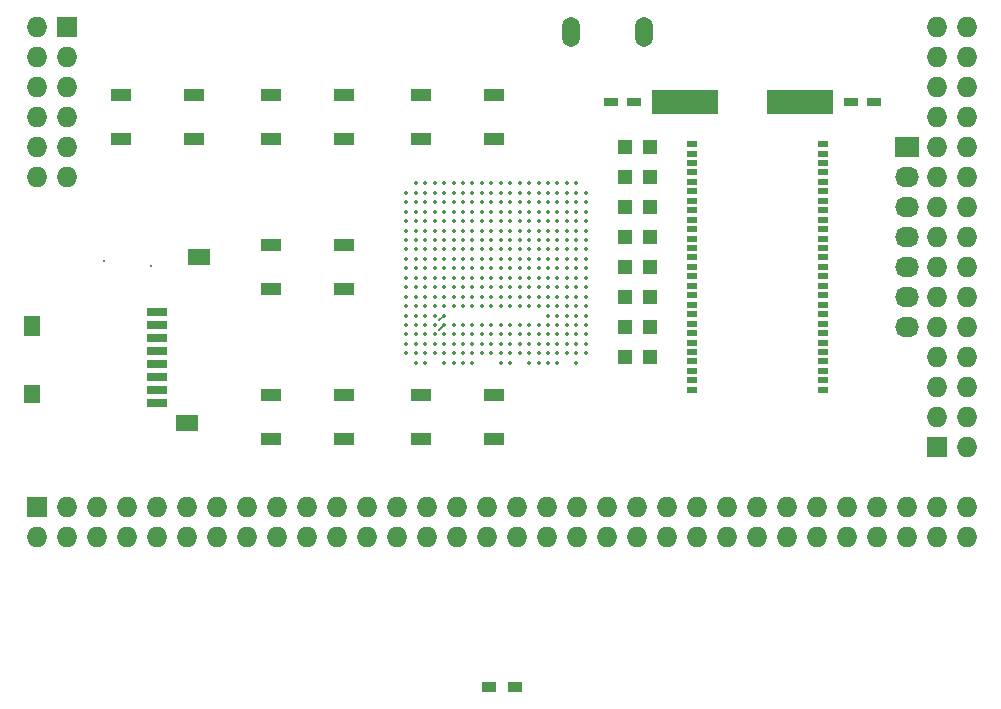
<source format=gbr>
G04 #@! TF.FileFunction,Copper,L1,Top,Signal*
%FSLAX46Y46*%
G04 Gerber Fmt 4.6, Leading zero omitted, Abs format (unit mm)*
G04 Created by KiCad (PCBNEW 4.0.5+dfsg1-4) date Mon Mar 27 14:18:35 2017*
%MOMM*%
%LPD*%
G01*
G04 APERTURE LIST*
%ADD10C,0.100000*%
%ADD11R,1.800000X0.700000*%
%ADD12R,1.400000X1.600000*%
%ADD13R,1.400000X1.800000*%
%ADD14R,1.900000X1.400000*%
%ADD15O,1.500000X2.550000*%
%ADD16R,1.727200X1.727200*%
%ADD17O,1.727200X1.727200*%
%ADD18R,1.800000X1.100000*%
%ADD19R,1.198880X1.198880*%
%ADD20R,2.032000X1.727200*%
%ADD21O,2.032000X1.727200*%
%ADD22R,0.900000X0.560000*%
%ADD23R,5.600700X2.100580*%
%ADD24R,1.200000X0.750000*%
%ADD25R,1.200000X0.900000*%
%ADD26C,0.350000*%
%ADD27C,0.330000*%
%ADD28C,0.200000*%
G04 APERTURE END LIST*
D10*
D11*
X106800000Y-88090000D03*
X106800000Y-89190000D03*
X106800000Y-90290000D03*
X106800000Y-91390000D03*
X106800000Y-92490000D03*
X106800000Y-93590000D03*
X106800000Y-94690000D03*
X106800000Y-95790000D03*
D12*
X96200000Y-95080000D03*
D13*
X96200000Y-89280000D03*
D14*
X109350000Y-97480000D03*
X110350000Y-83430000D03*
D15*
X141800000Y-64390000D03*
X148000000Y-64390000D03*
D16*
X96640000Y-104600000D03*
D17*
X96640000Y-107140000D03*
X99180000Y-104600000D03*
X99180000Y-107140000D03*
X101720000Y-104600000D03*
X101720000Y-107140000D03*
X104260000Y-104600000D03*
X104260000Y-107140000D03*
X106800000Y-104600000D03*
X106800000Y-107140000D03*
X109340000Y-104600000D03*
X109340000Y-107140000D03*
X111880000Y-104600000D03*
X111880000Y-107140000D03*
X114420000Y-104600000D03*
X114420000Y-107140000D03*
X116960000Y-104600000D03*
X116960000Y-107140000D03*
X119500000Y-104600000D03*
X119500000Y-107140000D03*
X122040000Y-104600000D03*
X122040000Y-107140000D03*
X124580000Y-104600000D03*
X124580000Y-107140000D03*
X127120000Y-104600000D03*
X127120000Y-107140000D03*
X129660000Y-104600000D03*
X129660000Y-107140000D03*
X132200000Y-104600000D03*
X132200000Y-107140000D03*
X134740000Y-104600000D03*
X134740000Y-107140000D03*
X137280000Y-104600000D03*
X137280000Y-107140000D03*
X139820000Y-104600000D03*
X139820000Y-107140000D03*
X142360000Y-104600000D03*
X142360000Y-107140000D03*
X144900000Y-104600000D03*
X144900000Y-107140000D03*
X147440000Y-104600000D03*
X147440000Y-107140000D03*
X149980000Y-104600000D03*
X149980000Y-107140000D03*
X152520000Y-104600000D03*
X152520000Y-107140000D03*
X155060000Y-104600000D03*
X155060000Y-107140000D03*
X157600000Y-104600000D03*
X157600000Y-107140000D03*
X160140000Y-104600000D03*
X160140000Y-107140000D03*
X162680000Y-104600000D03*
X162680000Y-107140000D03*
X165220000Y-104600000D03*
X165220000Y-107140000D03*
X167760000Y-104600000D03*
X167760000Y-107140000D03*
X170300000Y-104600000D03*
X170300000Y-107140000D03*
X172840000Y-104600000D03*
X172840000Y-107140000D03*
X175380000Y-104600000D03*
X175380000Y-107140000D03*
D16*
X172840000Y-99520000D03*
D17*
X175380000Y-99520000D03*
X172840000Y-96980000D03*
X175380000Y-96980000D03*
X172840000Y-94440000D03*
X175380000Y-94440000D03*
X172840000Y-91900000D03*
X175380000Y-91900000D03*
X172840000Y-89360000D03*
X175380000Y-89360000D03*
X172840000Y-86820000D03*
X175380000Y-86820000D03*
X172840000Y-84280000D03*
X175380000Y-84280000D03*
X172840000Y-81740000D03*
X175380000Y-81740000D03*
X172840000Y-79200000D03*
X175380000Y-79200000D03*
X172840000Y-76660000D03*
X175380000Y-76660000D03*
X172840000Y-74120000D03*
X175380000Y-74120000D03*
X172840000Y-71580000D03*
X175380000Y-71580000D03*
X172840000Y-69040000D03*
X175380000Y-69040000D03*
X172840000Y-66500000D03*
X175380000Y-66500000D03*
X172840000Y-63960000D03*
X175380000Y-63960000D03*
D16*
X99180000Y-63960000D03*
D17*
X96640000Y-63960000D03*
X99180000Y-66500000D03*
X96640000Y-66500000D03*
X99180000Y-69040000D03*
X96640000Y-69040000D03*
X99180000Y-71580000D03*
X96640000Y-71580000D03*
X99180000Y-74120000D03*
X96640000Y-74120000D03*
X99180000Y-76660000D03*
X96640000Y-76660000D03*
D18*
X129100000Y-69730000D03*
X135300000Y-69730000D03*
X129100000Y-73430000D03*
X135300000Y-73430000D03*
X129100000Y-95130000D03*
X135300000Y-95130000D03*
X129100000Y-98830000D03*
X135300000Y-98830000D03*
X116400000Y-69730000D03*
X122600000Y-69730000D03*
X116400000Y-73430000D03*
X122600000Y-73430000D03*
X103700000Y-69730000D03*
X109900000Y-69730000D03*
X103700000Y-73430000D03*
X109900000Y-73430000D03*
X116400000Y-82430000D03*
X122600000Y-82430000D03*
X116400000Y-86130000D03*
X122600000Y-86130000D03*
X116400000Y-95130000D03*
X122600000Y-95130000D03*
X116400000Y-98830000D03*
X122600000Y-98830000D03*
D19*
X146390980Y-91900000D03*
X148489020Y-91900000D03*
X146390980Y-89360000D03*
X148489020Y-89360000D03*
X146390980Y-86820000D03*
X148489020Y-86820000D03*
X146390980Y-84280000D03*
X148489020Y-84280000D03*
X146390980Y-81740000D03*
X148489020Y-81740000D03*
X146390980Y-79200000D03*
X148489020Y-79200000D03*
X146390980Y-76660000D03*
X148489020Y-76660000D03*
X146390980Y-74120000D03*
X148489020Y-74120000D03*
D20*
X170300000Y-74120000D03*
D21*
X170300000Y-76660000D03*
X170300000Y-79200000D03*
X170300000Y-81740000D03*
X170300000Y-84280000D03*
X170300000Y-86820000D03*
X170300000Y-89360000D03*
D22*
X163130000Y-94680000D03*
X152070000Y-73880000D03*
X152070000Y-74680000D03*
X152070000Y-75480000D03*
X152070000Y-76280000D03*
X152070000Y-77080000D03*
X152070000Y-77880000D03*
X152070000Y-78680000D03*
X152070000Y-79480000D03*
X152070000Y-80280000D03*
X152070000Y-81080000D03*
X152070000Y-81880000D03*
X152070000Y-82680000D03*
X152070000Y-83480000D03*
X152070000Y-84280000D03*
X152070000Y-85080000D03*
X152070000Y-85880000D03*
X152070000Y-86680000D03*
X152070000Y-87480000D03*
X152070000Y-88280000D03*
X152070000Y-89080000D03*
X152070000Y-89880000D03*
X152070000Y-90680000D03*
X152070000Y-91480000D03*
X152070000Y-92280000D03*
X152070000Y-93080000D03*
X152070000Y-93880000D03*
X152070000Y-94680000D03*
X163130000Y-93880000D03*
X163130000Y-93080000D03*
X163130000Y-92280000D03*
X163130000Y-91480000D03*
X163130000Y-90680000D03*
X163130000Y-89880000D03*
X163130000Y-89080000D03*
X163130000Y-88280000D03*
X163130000Y-87480000D03*
X163130000Y-86680000D03*
X163130000Y-85880000D03*
X163130000Y-85080000D03*
X163130000Y-84280000D03*
X163130000Y-83480000D03*
X163130000Y-82680000D03*
X163130000Y-81880000D03*
X163130000Y-81080000D03*
X163130000Y-80280000D03*
X163130000Y-79480000D03*
X163130000Y-78680000D03*
X163130000Y-77880000D03*
X163130000Y-77080000D03*
X163130000Y-76280000D03*
X163130000Y-75480000D03*
X163130000Y-74680000D03*
X163130000Y-73880000D03*
D23*
X151481140Y-70310000D03*
X161178860Y-70310000D03*
D24*
X147120000Y-70310000D03*
X145220000Y-70310000D03*
X165560000Y-70310000D03*
X167460000Y-70310000D03*
D25*
X134910000Y-119830001D03*
X137110000Y-119830001D03*
X134910000Y-119830001D03*
X137110000Y-119830001D03*
X134910000Y-119830001D03*
X137110000Y-119830001D03*
X134910000Y-119830001D03*
X137110000Y-119830001D03*
X134910000Y-119830001D03*
X137110000Y-119830001D03*
X134910000Y-119830001D03*
X137110000Y-119830001D03*
X134910000Y-119830001D03*
X137110000Y-119830001D03*
X134910000Y-119830001D03*
X137110000Y-119830001D03*
D26*
X128680000Y-77200000D03*
X129480000Y-77200000D03*
X130280000Y-77200000D03*
X131080000Y-77200000D03*
X131880000Y-77200000D03*
X132680000Y-77200000D03*
X133480000Y-77200000D03*
X134280000Y-77200000D03*
X135080000Y-77200000D03*
X135880000Y-77200000D03*
X136680000Y-77200000D03*
X137480000Y-77200000D03*
X138280000Y-77200000D03*
X139080000Y-77200000D03*
X139880000Y-77200000D03*
X140680000Y-77200000D03*
X141480000Y-77200000D03*
X142280000Y-77200000D03*
X127880000Y-78000000D03*
X128680000Y-78000000D03*
X129480000Y-78000000D03*
X130280000Y-78000000D03*
X131080000Y-78000000D03*
X131880000Y-78000000D03*
X132680000Y-78000000D03*
X133480000Y-78000000D03*
X134280000Y-78000000D03*
X135080000Y-78000000D03*
X135880000Y-78000000D03*
X136680000Y-78000000D03*
X137480000Y-78000000D03*
X138280000Y-78000000D03*
X139080000Y-78000000D03*
X139880000Y-78000000D03*
X140680000Y-78000000D03*
X141480000Y-78000000D03*
X142280000Y-78000000D03*
X143080000Y-78000000D03*
X127880000Y-78800000D03*
X128680000Y-78800000D03*
X129480000Y-78800000D03*
X130280000Y-78800000D03*
X131080000Y-78800000D03*
X131880000Y-78800000D03*
X132680000Y-78800000D03*
X133480000Y-78800000D03*
X134280000Y-78800000D03*
X135080000Y-78800000D03*
X135880000Y-78800000D03*
X136680000Y-78800000D03*
X137480000Y-78800000D03*
X138280000Y-78800000D03*
X139080000Y-78800000D03*
X139880000Y-78800000D03*
X140680000Y-78800000D03*
X141480000Y-78800000D03*
X142280000Y-78800000D03*
X143080000Y-78800000D03*
X127880000Y-79600000D03*
X128680000Y-79600000D03*
X129480000Y-79600000D03*
X130280000Y-79600000D03*
X131080000Y-79600000D03*
X131880000Y-79600000D03*
X132680000Y-79600000D03*
X133480000Y-79600000D03*
X134280000Y-79600000D03*
X135080000Y-79600000D03*
X135880000Y-79600000D03*
X136680000Y-79600000D03*
X137480000Y-79600000D03*
X138280000Y-79600000D03*
X139080000Y-79600000D03*
X139880000Y-79600000D03*
X140680000Y-79600000D03*
X141480000Y-79600000D03*
X142280000Y-79600000D03*
X143080000Y-79600000D03*
X127880000Y-80400000D03*
X128680000Y-80400000D03*
X129480000Y-80400000D03*
X130280000Y-80400000D03*
X131080000Y-80400000D03*
X131880000Y-80400000D03*
X132680000Y-80400000D03*
X133480000Y-80400000D03*
X134280000Y-80400000D03*
X135080000Y-80400000D03*
X135880000Y-80400000D03*
X136680000Y-80400000D03*
X137480000Y-80400000D03*
X138280000Y-80400000D03*
X139080000Y-80400000D03*
X139880000Y-80400000D03*
X140680000Y-80400000D03*
X141480000Y-80400000D03*
X142280000Y-80400000D03*
X143080000Y-80400000D03*
X127880000Y-81200000D03*
X128680000Y-81200000D03*
X129480000Y-81200000D03*
X130280000Y-81200000D03*
X131080000Y-81200000D03*
X131880000Y-81200000D03*
X132680000Y-81200000D03*
X133480000Y-81200000D03*
X134280000Y-81200000D03*
X135080000Y-81200000D03*
X135880000Y-81200000D03*
X136680000Y-81200000D03*
X137480000Y-81200000D03*
X138280000Y-81200000D03*
X139080000Y-81200000D03*
X139880000Y-81200000D03*
X140680000Y-81200000D03*
X141480000Y-81200000D03*
X142280000Y-81200000D03*
X143080000Y-81200000D03*
X127880000Y-82000000D03*
X128680000Y-82000000D03*
X129480000Y-82000000D03*
X130280000Y-82000000D03*
X131080000Y-82000000D03*
X131880000Y-82000000D03*
X132680000Y-82000000D03*
X133480000Y-82000000D03*
X134280000Y-82000000D03*
X135080000Y-82000000D03*
X135880000Y-82000000D03*
X136680000Y-82000000D03*
X137480000Y-82000000D03*
X138280000Y-82000000D03*
X139080000Y-82000000D03*
X139880000Y-82000000D03*
X140680000Y-82000000D03*
X141480000Y-82000000D03*
X142280000Y-82000000D03*
X143080000Y-82000000D03*
X127880000Y-82800000D03*
X128680000Y-82800000D03*
X129480000Y-82800000D03*
X130280000Y-82800000D03*
X131080000Y-82800000D03*
X131880000Y-82800000D03*
X132680000Y-82800000D03*
X133480000Y-82800000D03*
X134280000Y-82800000D03*
X135080000Y-82800000D03*
X135880000Y-82800000D03*
X136680000Y-82800000D03*
X137480000Y-82800000D03*
X138280000Y-82800000D03*
X139080000Y-82800000D03*
X139880000Y-82800000D03*
X140680000Y-82800000D03*
X141480000Y-82800000D03*
X142280000Y-82800000D03*
X143080000Y-82800000D03*
X127880000Y-83600000D03*
X128680000Y-83600000D03*
X129480000Y-83600000D03*
X130280000Y-83600000D03*
X131080000Y-83600000D03*
X131880000Y-83600000D03*
X132680000Y-83600000D03*
X133480000Y-83600000D03*
X134280000Y-83600000D03*
X135080000Y-83600000D03*
X135880000Y-83600000D03*
X136680000Y-83600000D03*
X137480000Y-83600000D03*
X138280000Y-83600000D03*
X139080000Y-83600000D03*
X139880000Y-83600000D03*
X140680000Y-83600000D03*
X141480000Y-83600000D03*
X142280000Y-83600000D03*
X143080000Y-83600000D03*
X127880000Y-84400000D03*
X128680000Y-84400000D03*
X129480000Y-84400000D03*
X130280000Y-84400000D03*
X131080000Y-84400000D03*
X131880000Y-84400000D03*
X132680000Y-84400000D03*
X133480000Y-84400000D03*
X134280000Y-84400000D03*
X135080000Y-84400000D03*
X135880000Y-84400000D03*
X136680000Y-84400000D03*
X137480000Y-84400000D03*
X138280000Y-84400000D03*
X139080000Y-84400000D03*
X139880000Y-84400000D03*
X140680000Y-84400000D03*
X141480000Y-84400000D03*
X142280000Y-84400000D03*
X143080000Y-84400000D03*
X127880000Y-85200000D03*
X128680000Y-85200000D03*
X129480000Y-85200000D03*
X130280000Y-85200000D03*
X131080000Y-85200000D03*
X131880000Y-85200000D03*
X132680000Y-85200000D03*
X133480000Y-85200000D03*
X134280000Y-85200000D03*
X135080000Y-85200000D03*
X135880000Y-85200000D03*
X136680000Y-85200000D03*
X137480000Y-85200000D03*
X138280000Y-85200000D03*
X139080000Y-85200000D03*
X139880000Y-85200000D03*
X140680000Y-85200000D03*
X141480000Y-85200000D03*
X142280000Y-85200000D03*
X143080000Y-85200000D03*
X127880000Y-86000000D03*
X128680000Y-86000000D03*
X129480000Y-86000000D03*
X130280000Y-86000000D03*
X131080000Y-86000000D03*
X131880000Y-86000000D03*
X132680000Y-86000000D03*
X133480000Y-86000000D03*
X134280000Y-86000000D03*
X135080000Y-86000000D03*
X135880000Y-86000000D03*
X136680000Y-86000000D03*
X137480000Y-86000000D03*
X138280000Y-86000000D03*
X139080000Y-86000000D03*
X139880000Y-86000000D03*
X140680000Y-86000000D03*
X141480000Y-86000000D03*
X142280000Y-86000000D03*
X143080000Y-86000000D03*
X127880000Y-86800000D03*
X128680000Y-86800000D03*
X129480000Y-86800000D03*
X130280000Y-86800000D03*
X131080000Y-86800000D03*
X131880000Y-86800000D03*
X132680000Y-86800000D03*
X133480000Y-86800000D03*
X134280000Y-86800000D03*
X135080000Y-86800000D03*
X135880000Y-86800000D03*
X136680000Y-86800000D03*
X137480000Y-86800000D03*
X138280000Y-86800000D03*
X139080000Y-86800000D03*
X139880000Y-86800000D03*
X140680000Y-86800000D03*
X141480000Y-86800000D03*
X142280000Y-86800000D03*
X143080000Y-86800000D03*
X127880000Y-87600000D03*
X128680000Y-87600000D03*
X129480000Y-87600000D03*
X130280000Y-87600000D03*
X131080000Y-87600000D03*
X131880000Y-87600000D03*
X132680000Y-87600000D03*
X133480000Y-87600000D03*
X134280000Y-87600000D03*
X135080000Y-87600000D03*
X135880000Y-87600000D03*
X136680000Y-87600000D03*
X137480000Y-87600000D03*
X138280000Y-87600000D03*
X139080000Y-87600000D03*
X139880000Y-87600000D03*
X140680000Y-87600000D03*
X141480000Y-87600000D03*
X142280000Y-87600000D03*
X143080000Y-87600000D03*
X127880000Y-88400000D03*
X128680000Y-88400000D03*
X129480000Y-88400000D03*
X130280000Y-88400000D03*
X131080000Y-88400000D03*
X139880000Y-88400000D03*
X140680000Y-88400000D03*
X141480000Y-88400000D03*
X142280000Y-88400000D03*
X143080000Y-88400000D03*
X127880000Y-89200000D03*
X128680000Y-89200000D03*
X129480000Y-89200000D03*
X130280000Y-89200000D03*
X131080000Y-89200000D03*
X131880000Y-89200000D03*
X132680000Y-89200000D03*
X133480000Y-89200000D03*
X134280000Y-89200000D03*
X135080000Y-89200000D03*
X135880000Y-89200000D03*
X136680000Y-89200000D03*
X137480000Y-89200000D03*
X138280000Y-89200000D03*
X139080000Y-89200000D03*
X139880000Y-89200000D03*
X140680000Y-89200000D03*
X141480000Y-89200000D03*
X142280000Y-89200000D03*
X143080000Y-89200000D03*
X127880000Y-90000000D03*
X128680000Y-90000000D03*
X129480000Y-90000000D03*
X130280000Y-90000000D03*
X131080000Y-90000000D03*
X131880000Y-90000000D03*
X132680000Y-90000000D03*
X133480000Y-90000000D03*
X134280000Y-90000000D03*
X135080000Y-90000000D03*
X135880000Y-90000000D03*
X136680000Y-90000000D03*
X137480000Y-90000000D03*
X138280000Y-90000000D03*
X139080000Y-90000000D03*
X139880000Y-90000000D03*
X140680000Y-90000000D03*
X141480000Y-90000000D03*
X142280000Y-90000000D03*
X143080000Y-90000000D03*
X127880000Y-90800000D03*
X128680000Y-90800000D03*
X129480000Y-90800000D03*
X130280000Y-90800000D03*
X131080000Y-90800000D03*
X131880000Y-90800000D03*
X132680000Y-90800000D03*
X133480000Y-90800000D03*
X134280000Y-90800000D03*
X135080000Y-90800000D03*
X135880000Y-90800000D03*
X136680000Y-90800000D03*
X137480000Y-90800000D03*
X138280000Y-90800000D03*
X139080000Y-90800000D03*
X139880000Y-90800000D03*
X140680000Y-90800000D03*
X141480000Y-90800000D03*
X142280000Y-90800000D03*
X143080000Y-90800000D03*
X127880000Y-91600000D03*
X128680000Y-91600000D03*
X129480000Y-91600000D03*
X130280000Y-91600000D03*
X131080000Y-91600000D03*
X131880000Y-91600000D03*
X132680000Y-91600000D03*
X133480000Y-91600000D03*
X134280000Y-91600000D03*
X135080000Y-91600000D03*
X135880000Y-91600000D03*
X136680000Y-91600000D03*
X137480000Y-91600000D03*
X138280000Y-91600000D03*
X139080000Y-91600000D03*
X139880000Y-91600000D03*
X140680000Y-91600000D03*
X141480000Y-91600000D03*
X142280000Y-91600000D03*
X143080000Y-91600000D03*
X128680000Y-92400000D03*
X129480000Y-92400000D03*
X131080000Y-92400000D03*
X131880000Y-92400000D03*
X132680000Y-92400000D03*
X133480000Y-92400000D03*
X135880000Y-92400000D03*
X136680000Y-92400000D03*
X138280000Y-92400000D03*
X139080000Y-92400000D03*
X139880000Y-92400000D03*
X140680000Y-92400000D03*
X142280000Y-92400000D03*
D27*
X102260000Y-83780000D03*
X130680000Y-88800000D03*
X106260000Y-84180000D03*
X130680000Y-89600000D03*
D28*
X131080000Y-88400000D02*
X130680000Y-88800000D01*
X131080000Y-89200000D02*
X130680000Y-89600000D01*
M02*

</source>
